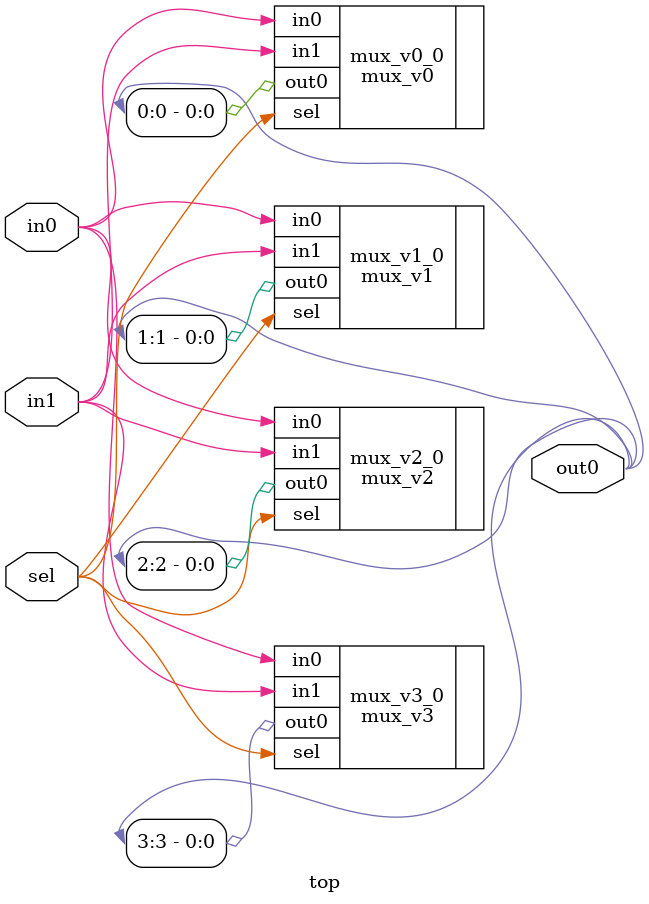
<source format=v>
`timescale 1ns / 1ps


module top(     input   in0,
                input   in1,
                input   sel,
                output  [3:0]   out0

    );
    
    
    mux_v0 mux_v0_0(.in0(in0),
                    .in1(in1),
                    .sel(sel),
                    .out0(out0[0])
    );
    
    mux_v1 mux_v1_0(.in0(in0),
                    .in1(in1),
                    .sel(sel),
                    .out0(out0[1])
    );
    
    mux_v2 mux_v2_0(.in0(in0),
                    .in1(in1),
                    .sel(sel),
                    .out0(out0[2])
    );
   
    mux_v3 mux_v3_0(.in0(in0),
                    .in1(in1),
                    .sel(sel),
                    .out0(out0[3])
    );
   
    
endmodule

</source>
